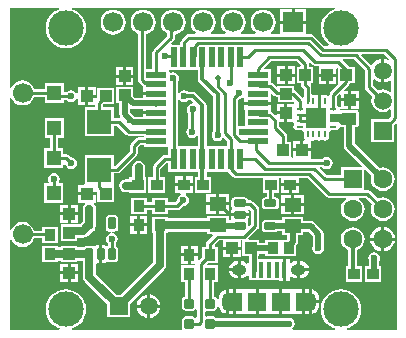
<source format=gtl>
G04 Layer_Physical_Order=1*
G04 Layer_Color=255*
%FSLAX25Y25*%
%MOIN*%
G70*
G01*
G75*
%ADD10R,0.04803X0.04921*%
%ADD11R,0.04724X0.06102*%
%ADD12R,0.05905X0.06102*%
%ADD13R,0.01575X0.05315*%
G04:AMPARAMS|DCode=14|XSize=23.62mil|YSize=39.37mil|CornerRadius=2.95mil|HoleSize=0mil|Usage=FLASHONLY|Rotation=0.000|XOffset=0mil|YOffset=0mil|HoleType=Round|Shape=RoundedRectangle|*
%AMROUNDEDRECTD14*
21,1,0.02362,0.03347,0,0,0.0*
21,1,0.01772,0.03937,0,0,0.0*
1,1,0.00591,0.00886,-0.01673*
1,1,0.00591,-0.00886,-0.01673*
1,1,0.00591,-0.00886,0.01673*
1,1,0.00591,0.00886,0.01673*
%
%ADD14ROUNDEDRECTD14*%
G04:AMPARAMS|DCode=15|XSize=23.62mil|YSize=39.37mil|CornerRadius=2.95mil|HoleSize=0mil|Usage=FLASHONLY|Rotation=270.000|XOffset=0mil|YOffset=0mil|HoleType=Round|Shape=RoundedRectangle|*
%AMROUNDEDRECTD15*
21,1,0.02362,0.03347,0,0,270.0*
21,1,0.01772,0.03937,0,0,270.0*
1,1,0.00591,-0.01673,-0.00886*
1,1,0.00591,-0.01673,0.00886*
1,1,0.00591,0.01673,0.00886*
1,1,0.00591,0.01673,-0.00886*
%
%ADD15ROUNDEDRECTD15*%
%ADD16R,0.07000X0.02200*%
%ADD17R,0.02200X0.07000*%
%ADD18R,0.03937X0.03740*%
%ADD19R,0.03740X0.03937*%
G04:AMPARAMS|DCode=20|XSize=31.5mil|YSize=31.5mil|CornerRadius=3.94mil|HoleSize=0mil|Usage=FLASHONLY|Rotation=90.000|XOffset=0mil|YOffset=0mil|HoleType=Round|Shape=RoundedRectangle|*
%AMROUNDEDRECTD20*
21,1,0.03150,0.02362,0,0,90.0*
21,1,0.02362,0.03150,0,0,90.0*
1,1,0.00787,0.01181,0.01181*
1,1,0.00787,0.01181,-0.01181*
1,1,0.00787,-0.01181,-0.01181*
1,1,0.00787,-0.01181,0.01181*
%
%ADD20ROUNDEDRECTD20*%
%ADD21R,0.03543X0.03937*%
%ADD22R,0.03937X0.03937*%
%ADD23R,0.05709X0.04528*%
%ADD24R,0.03937X0.03937*%
%ADD25R,0.07087X0.07087*%
%ADD26O,0.02559X0.00984*%
%ADD27O,0.00984X0.02559*%
%ADD28R,0.08071X0.08268*%
%ADD29C,0.01000*%
%ADD30C,0.01181*%
%ADD31C,0.01968*%
%ADD32C,0.01575*%
%ADD33C,0.02756*%
%ADD34C,0.06693*%
%ADD35R,0.06693X0.06693*%
%ADD36O,0.03937X0.06102*%
%ADD37O,0.04921X0.03740*%
%ADD38R,0.05905X0.05905*%
%ADD39C,0.05905*%
%ADD40R,0.06299X0.06299*%
%ADD41C,0.06299*%
%ADD42R,0.05905X0.05905*%
%ADD43C,0.11811*%
%ADD44C,0.02362*%
%ADD45C,0.01968*%
G36*
X89025Y79143D02*
X89450Y78858D01*
X89953Y78758D01*
X90280D01*
Y76933D01*
X95791D01*
Y76933D01*
X95840Y76952D01*
X95858Y76944D01*
X95922Y76858D01*
X95670Y76358D01*
X93535D01*
Y73389D01*
Y70421D01*
X95386D01*
X95430Y70198D01*
X95760Y69705D01*
X95791Y69551D01*
X95631Y69311D01*
X95531Y68812D01*
X95631Y68313D01*
X95913Y67889D01*
X96337Y67607D01*
X96836Y67507D01*
X98411D01*
X98690Y67278D01*
Y67221D01*
X98747D01*
X98976Y66942D01*
Y65367D01*
X99075Y64868D01*
X99326Y64492D01*
X99272Y64269D01*
X99135Y63992D01*
X98925D01*
Y61524D01*
X101394D01*
Y63798D01*
X101533Y63941D01*
X101830Y64146D01*
X102249Y64062D01*
X102748Y64162D01*
X103172Y64445D01*
X103295D01*
X103718Y64162D01*
X104218Y64062D01*
X104717Y64162D01*
X105140Y64445D01*
X105264D01*
X105687Y64162D01*
X106186Y64062D01*
X106685Y64162D01*
X107109Y64445D01*
X107392Y64868D01*
X107491Y65367D01*
Y66942D01*
X107720Y67221D01*
X107777D01*
Y67278D01*
X108056Y67507D01*
X109631D01*
X110130Y67607D01*
X110554Y67889D01*
X110836Y68313D01*
X110853Y68398D01*
X111357Y68662D01*
X111664Y68601D01*
X112367D01*
Y62433D01*
X112504Y61742D01*
X112896Y61156D01*
X118358Y55694D01*
X118166Y55232D01*
X111374D01*
Y52608D01*
X106564D01*
X104312Y54859D01*
X104504Y55321D01*
X105155D01*
X105227Y55215D01*
X105878Y54780D01*
X106646Y54627D01*
X107414Y54780D01*
X108065Y55215D01*
X108500Y55866D01*
X108653Y56634D01*
X108500Y57402D01*
X108065Y58053D01*
X107414Y58488D01*
X106646Y58641D01*
X105878Y58488D01*
X105227Y58053D01*
X105155Y57946D01*
X101849D01*
X101394Y58055D01*
X101394Y58447D01*
Y60524D01*
X98425D01*
X95457D01*
X95457Y58429D01*
X95382Y58395D01*
X94882Y58717D01*
Y63779D01*
X93439D01*
Y65747D01*
X93339Y66249D01*
X93054Y66675D01*
X90820Y68909D01*
Y70421D01*
X92535D01*
Y72889D01*
X90067D01*
Y72798D01*
X89605Y72607D01*
X88510Y73702D01*
X88178Y73924D01*
X88211Y74424D01*
X88211D01*
Y76024D01*
X83711D01*
X79211D01*
Y74424D01*
X79424D01*
Y71486D01*
Y69174D01*
X79001Y68880D01*
X78924Y68865D01*
X78366Y68976D01*
X77710Y68845D01*
X77210Y69119D01*
Y77677D01*
X77551Y78064D01*
X78319Y78217D01*
X78711Y78478D01*
X79211Y78211D01*
Y77024D01*
X83711D01*
X88211D01*
Y78624D01*
X87998D01*
Y79516D01*
X88460Y79707D01*
X89025Y79143D01*
D02*
G37*
G36*
X97999Y89230D02*
X97792Y88730D01*
X96705D01*
Y83218D01*
X98148D01*
Y82727D01*
X98248Y82225D01*
X98532Y81799D01*
X98968Y81364D01*
Y78630D01*
X98792Y78513D01*
X98468Y78437D01*
X96289Y80616D01*
X95863Y80901D01*
X95791Y80915D01*
Y82444D01*
X90280D01*
Y82254D01*
X89818Y82062D01*
X88728Y83152D01*
X88302Y83437D01*
X87998Y83497D01*
Y87861D01*
X85965D01*
X85774Y88323D01*
X87987Y90536D01*
X96693D01*
X97999Y89230D01*
D02*
G37*
G36*
X101783Y89521D02*
X102209Y89236D01*
X102711Y89136D01*
X103549D01*
X103969Y88942D01*
X103969Y88636D01*
Y86474D01*
X106937D01*
Y85974D01*
D01*
Y86474D01*
X109906D01*
Y88019D01*
X110406Y88286D01*
X110480Y88236D01*
Y83218D01*
X110480D01*
X110603Y82922D01*
X107915Y80234D01*
X107631Y79808D01*
X107538Y79342D01*
X107355Y79232D01*
X107031Y79137D01*
X106685Y79368D01*
X106186Y79467D01*
X105687Y79368D01*
X105447Y79207D01*
X105293Y79238D01*
X104800Y79568D01*
X104718Y79584D01*
Y77375D01*
X103718D01*
Y79584D01*
X103636Y79568D01*
X103142Y79238D01*
X102988Y79207D01*
X102748Y79368D01*
X102249Y79467D01*
X102093Y79436D01*
X101593Y79818D01*
Y81907D01*
X101493Y82410D01*
X101287Y82718D01*
X101468Y83218D01*
X102216D01*
Y88730D01*
X100773D01*
Y89624D01*
X100724Y89872D01*
X101185Y90119D01*
X101783Y89521D01*
D02*
G37*
G36*
X42058Y74717D02*
X45411D01*
Y73874D01*
X49911D01*
Y72874D01*
X45411D01*
Y72146D01*
X42680D01*
X42561Y72325D01*
X42027Y72682D01*
X41094Y73615D01*
Y74482D01*
X41594Y74810D01*
X42058Y74717D01*
D02*
G37*
G36*
X57792Y77530D02*
X58443Y77095D01*
X59211Y76942D01*
X59979Y77095D01*
X60575Y77493D01*
X61583D01*
X62086Y76990D01*
X61889Y76480D01*
X61318Y76366D01*
X60667Y75931D01*
X60232Y75280D01*
X60079Y74512D01*
X60232Y73744D01*
X60498Y73345D01*
Y68459D01*
X60392Y68388D01*
X59957Y67737D01*
X59804Y66969D01*
X59957Y66200D01*
X60392Y65549D01*
X61043Y65114D01*
X61811Y64961D01*
X62579Y65114D01*
X63230Y65549D01*
X63331Y65700D01*
X63831Y65548D01*
Y62336D01*
X57099D01*
Y77667D01*
X57599Y77819D01*
X57792Y77530D01*
D02*
G37*
G36*
X63831Y84610D02*
X63938Y84073D01*
X64243Y83617D01*
X68906Y78953D01*
Y67378D01*
X68892Y67368D01*
X68457Y66717D01*
X68304Y65949D01*
X68457Y65181D01*
X68892Y64530D01*
X69543Y64095D01*
X70311Y63942D01*
X71079Y64095D01*
X71730Y64530D01*
X71927Y64825D01*
X72571Y64888D01*
X73373Y64086D01*
Y62336D01*
X66641D01*
Y75827D01*
X66534Y76365D01*
X66229Y76820D01*
X63159Y79891D01*
X62703Y80196D01*
X62165Y80303D01*
X60674D01*
X60630Y80368D01*
X59979Y80803D01*
X59211Y80956D01*
X58443Y80803D01*
X57792Y80368D01*
X57599Y80079D01*
X57099Y80231D01*
Y83780D01*
X57366Y84181D01*
X57519Y84949D01*
X57366Y85717D01*
X56931Y86368D01*
X56280Y86803D01*
X55512Y86956D01*
X54744Y86803D01*
X54639Y86733D01*
X54198Y86969D01*
Y87561D01*
X63831D01*
Y84610D01*
D02*
G37*
G36*
X116594Y69404D02*
X111664D01*
X110834Y70234D01*
X107739D01*
Y73042D01*
X111322D01*
X111664Y73384D01*
X116594D01*
Y69404D01*
D02*
G37*
G36*
X109362Y107945D02*
X108844Y107788D01*
X107681Y107167D01*
X106662Y106330D01*
X105825Y105311D01*
X105204Y104148D01*
X104821Y102887D01*
X104692Y101575D01*
X104821Y100263D01*
X105204Y99001D01*
X105825Y97838D01*
X106662Y96819D01*
X107423Y96194D01*
X107244Y95695D01*
X105922D01*
X102239Y99377D01*
X101813Y99661D01*
X101311Y99761D01*
X99858D01*
Y103043D01*
X95512D01*
Y103543D01*
D01*
Y103043D01*
X91165D01*
Y99761D01*
X88195D01*
X88025Y100261D01*
X88460Y100595D01*
X89123Y101459D01*
X89539Y102464D01*
X89681Y103543D01*
X89539Y104622D01*
X89123Y105628D01*
X88460Y106492D01*
X87597Y107154D01*
X86591Y107571D01*
X85512Y107713D01*
X84433Y107571D01*
X83427Y107154D01*
X82564Y106492D01*
X81901Y105628D01*
X81484Y104622D01*
X81342Y103543D01*
X81484Y102464D01*
X81901Y101459D01*
X82564Y100595D01*
X82998Y100261D01*
X82828Y99761D01*
X78195D01*
X78025Y100261D01*
X78460Y100595D01*
X79123Y101459D01*
X79539Y102464D01*
X79681Y103543D01*
X79539Y104622D01*
X79123Y105628D01*
X78460Y106492D01*
X77597Y107154D01*
X76591Y107571D01*
X75512Y107713D01*
X74433Y107571D01*
X73427Y107154D01*
X72563Y106492D01*
X71901Y105628D01*
X71484Y104622D01*
X71342Y103543D01*
X71484Y102464D01*
X71901Y101459D01*
X72563Y100595D01*
X72998Y100261D01*
X72829Y99761D01*
X68195D01*
X68025Y100261D01*
X68460Y100595D01*
X69123Y101459D01*
X69539Y102464D01*
X69681Y103543D01*
X69539Y104622D01*
X69123Y105628D01*
X68460Y106492D01*
X67597Y107154D01*
X66591Y107571D01*
X65512Y107713D01*
X64433Y107571D01*
X63427Y107154D01*
X62564Y106492D01*
X61901Y105628D01*
X61484Y104622D01*
X61342Y103543D01*
X61484Y102464D01*
X61901Y101459D01*
X62564Y100595D01*
X62998Y100261D01*
X62828Y99761D01*
X60811D01*
X60309Y99661D01*
X59883Y99377D01*
X58283Y97777D01*
X57998Y97351D01*
X57898Y96849D01*
Y96136D01*
X55008D01*
X54817Y96598D01*
X55739Y97521D01*
X56024Y97947D01*
X56124Y98449D01*
Y99454D01*
X56591Y99516D01*
X57597Y99932D01*
X58460Y100595D01*
X59123Y101459D01*
X59539Y102464D01*
X59681Y103543D01*
X59539Y104622D01*
X59123Y105628D01*
X58460Y106492D01*
X57597Y107154D01*
X56591Y107571D01*
X55512Y107713D01*
X54433Y107571D01*
X53427Y107154D01*
X52564Y106492D01*
X51901Y105628D01*
X51484Y104622D01*
X51342Y103543D01*
X51484Y102464D01*
X51901Y101459D01*
X52564Y100595D01*
X53427Y99932D01*
X53498Y99903D01*
Y98993D01*
X48983Y94477D01*
X48698Y94051D01*
X48598Y93549D01*
Y87861D01*
X46436D01*
Y99496D01*
X46591Y99516D01*
X47597Y99932D01*
X48460Y100595D01*
X49123Y101459D01*
X49539Y102464D01*
X49681Y103543D01*
X49539Y104622D01*
X49123Y105628D01*
X48460Y106492D01*
X47597Y107154D01*
X46591Y107571D01*
X45512Y107713D01*
X44433Y107571D01*
X43427Y107154D01*
X42564Y106492D01*
X41901Y105628D01*
X41484Y104622D01*
X41342Y103543D01*
X41484Y102464D01*
X41901Y101459D01*
X42564Y100595D01*
X43427Y99932D01*
X43811Y99773D01*
Y84341D01*
X43911Y83838D01*
X44196Y83412D01*
X45112Y82496D01*
X45444Y82274D01*
X45411Y81774D01*
X45411D01*
Y80174D01*
X49911D01*
Y79174D01*
X45411D01*
Y78330D01*
X42807D01*
X42043Y79093D01*
Y82051D01*
X36531D01*
Y76539D01*
X37481D01*
Y72866D01*
X37619Y72175D01*
X37609Y72147D01*
X37312Y71734D01*
X35634D01*
Y75343D01*
X32124D01*
Y76193D01*
X35717D01*
Y81705D01*
X30205D01*
Y78485D01*
X30130Y78435D01*
X30103Y78449D01*
X27161D01*
Y75980D01*
X29498D01*
Y75343D01*
X25988D01*
Y65500D01*
X35634D01*
Y69109D01*
X36920D01*
X39883Y66146D01*
X40309Y65861D01*
X40811Y65761D01*
X45624D01*
Y65236D01*
X44024D01*
X43521Y65136D01*
X43095Y64852D01*
X41383Y63139D01*
X41098Y62713D01*
X40998Y62211D01*
Y60492D01*
X36295Y55789D01*
X35634D01*
Y59398D01*
X25988D01*
Y49555D01*
X25545Y49417D01*
X23693D01*
Y46949D01*
X26661D01*
X30103D01*
X30130Y46963D01*
X30205Y46913D01*
Y43693D01*
X35717D01*
Y49089D01*
X35717Y49205D01*
X35717Y49205D01*
X35634Y49555D01*
X35634Y49555D01*
Y53164D01*
X36839D01*
X37341Y53264D01*
X37767Y53548D01*
X43239Y59021D01*
X43524Y59447D01*
X43624Y59949D01*
Y61668D01*
X44567Y62611D01*
X45624D01*
Y62036D01*
X53899D01*
Y59361D01*
X52811D01*
X52309Y59262D01*
X51883Y58977D01*
X49033Y56127D01*
X48748Y55701D01*
X48648Y55198D01*
Y52106D01*
X47205D01*
Y46791D01*
X52716D01*
Y52106D01*
X51273D01*
Y54655D01*
X53355Y56736D01*
X53899D01*
Y53761D01*
X63831D01*
Y52106D01*
X62705D01*
Y46791D01*
X68217D01*
Y52106D01*
X66641D01*
Y53761D01*
X73847D01*
X75587Y52021D01*
X76013Y51736D01*
X76515Y51636D01*
X85405D01*
Y46791D01*
X86616D01*
Y45179D01*
X86256D01*
X85834Y45095D01*
X85475Y44855D01*
X85236Y44497D01*
X85152Y44075D01*
Y42303D01*
X85236Y41881D01*
X85475Y41523D01*
X85834Y41283D01*
X86256Y41199D01*
X89602D01*
X90025Y41283D01*
X90383Y41523D01*
X90622Y41881D01*
X90706Y42303D01*
Y44075D01*
X90622Y44497D01*
X90383Y44855D01*
X90025Y45095D01*
X89602Y45179D01*
X89242D01*
Y46791D01*
X90917D01*
Y51636D01*
X91492D01*
Y49949D01*
X94461D01*
X97429D01*
Y51636D01*
X100307D01*
X106422Y45521D01*
X106848Y45236D01*
X107350Y45136D01*
X113041D01*
X113198Y44636D01*
X112503Y44103D01*
X111872Y43281D01*
X111475Y42323D01*
X111340Y41295D01*
X111475Y40268D01*
X111872Y39310D01*
X112503Y38487D01*
X113326Y37856D01*
X114283Y37460D01*
X115311Y37324D01*
X116339Y37460D01*
X117297Y37856D01*
X118119Y38487D01*
X118750Y39310D01*
X119147Y40268D01*
X119282Y41295D01*
X119147Y42323D01*
X118750Y43281D01*
X118119Y44103D01*
X117424Y44636D01*
X117581Y45136D01*
X119614D01*
X121754Y42996D01*
X121475Y42323D01*
X121340Y41295D01*
X121475Y40268D01*
X121872Y39310D01*
X122503Y38487D01*
X123326Y37856D01*
X124283Y37460D01*
X125311Y37324D01*
X126339Y37460D01*
X127296Y37856D01*
X128119Y38487D01*
X128750Y39310D01*
X129147Y40268D01*
X129282Y41295D01*
X129147Y42323D01*
X128750Y43281D01*
X128119Y44103D01*
X127296Y44734D01*
X126339Y45131D01*
X125311Y45266D01*
X124283Y45131D01*
X123610Y44852D01*
X121086Y47377D01*
X120660Y47662D01*
X120158Y47761D01*
X119248D01*
Y54150D01*
X119710Y54342D01*
X121550Y52502D01*
X121475Y52323D01*
X121340Y51295D01*
X121475Y50267D01*
X121872Y49310D01*
X122503Y48487D01*
X123326Y47856D01*
X124283Y47460D01*
X125311Y47324D01*
X126339Y47460D01*
X127296Y47856D01*
X128119Y48487D01*
X128750Y49310D01*
X129147Y50267D01*
X129282Y51295D01*
X129147Y52323D01*
X128750Y53281D01*
X128119Y54103D01*
X127296Y54734D01*
X126339Y55131D01*
X125311Y55266D01*
X124283Y55131D01*
X124104Y55057D01*
X115980Y63181D01*
Y68601D01*
X116594D01*
X116896Y68661D01*
X117067D01*
Y68773D01*
X117161Y68836D01*
X117335Y69097D01*
X117396Y69404D01*
Y73384D01*
X117335Y73691D01*
X117161Y73952D01*
X117067Y74015D01*
Y74173D01*
X116663D01*
X116594Y74187D01*
X111716D01*
X111621Y74221D01*
X111412Y74379D01*
X111260Y74551D01*
X111283Y74726D01*
X111328Y74743D01*
X111413Y74748D01*
X113811D01*
Y77217D01*
X111343D01*
Y75235D01*
X110843Y75186D01*
X110836Y75217D01*
X110554Y75640D01*
X110156Y75905D01*
Y78763D01*
X110881Y79487D01*
X111343Y79295D01*
Y78216D01*
X113811D01*
Y80685D01*
X112732D01*
X112541Y81147D01*
X114164Y82771D01*
X114449Y83196D01*
X114453Y83218D01*
X115992D01*
Y88730D01*
X114135D01*
X112045Y90820D01*
X112236Y91282D01*
X115765D01*
X119498Y87549D01*
Y81949D01*
X119598Y81446D01*
X119883Y81021D01*
X121905Y78999D01*
X121667Y78425D01*
X121539Y77449D01*
X121667Y76473D01*
X122044Y75563D01*
X122643Y74781D01*
X123425Y74182D01*
X124335Y73805D01*
X125311Y73676D01*
X126287Y73805D01*
X127197Y74182D01*
X127739Y74597D01*
X128239Y74351D01*
Y72233D01*
X127195Y71189D01*
X121571D01*
Y63709D01*
X129051D01*
Y69333D01*
X129637Y69918D01*
X130099Y69727D01*
Y1003D01*
X113547D01*
X113473Y1503D01*
X113991Y1661D01*
X115154Y2282D01*
X116173Y3118D01*
X117009Y4138D01*
X117631Y5300D01*
X118013Y6562D01*
X118143Y7874D01*
X118013Y9186D01*
X117631Y10448D01*
X117009Y11610D01*
X116173Y12630D01*
X115154Y13466D01*
X113991Y14087D01*
X112729Y14470D01*
X111417Y14599D01*
X110105Y14470D01*
X108844Y14087D01*
X107681Y13466D01*
X106662Y12630D01*
X105825Y11610D01*
X105204Y10448D01*
X104821Y9186D01*
X104692Y7874D01*
X104821Y6562D01*
X105204Y5300D01*
X105825Y4138D01*
X106662Y3118D01*
X107681Y2282D01*
X108844Y1661D01*
X109362Y1503D01*
X109288Y1003D01*
X95290D01*
X95139Y1503D01*
X95407Y1683D01*
X95842Y2334D01*
X95995Y3102D01*
X95842Y3870D01*
X95407Y4522D01*
X94756Y4957D01*
X93988Y5109D01*
X93220Y4957D01*
X93148Y4909D01*
X69995D01*
X69844Y5135D01*
X69453Y5396D01*
X68992Y5488D01*
X66630D01*
X66505Y5463D01*
X66005Y5842D01*
Y7055D01*
X66505Y7435D01*
X66630Y7410D01*
X68992D01*
X69453Y7502D01*
X69844Y7763D01*
X70105Y8153D01*
X70196Y8614D01*
Y8754D01*
X70696Y8787D01*
X70722Y8591D01*
X71021Y7869D01*
X71497Y7249D01*
X72117Y6773D01*
X72614Y6567D01*
Y6398D01*
X73114D01*
Y10449D01*
Y14500D01*
X72614D01*
Y14330D01*
X72117Y14124D01*
X71497Y13649D01*
X71021Y13029D01*
X70722Y12306D01*
X70620Y11531D01*
Y11409D01*
X70120Y11360D01*
X70105Y11437D01*
X69844Y11828D01*
X69453Y12089D01*
X69124Y12155D01*
Y16984D01*
X70468D01*
Y22496D01*
X66910D01*
X66723Y22933D01*
X67012Y23283D01*
X70468D01*
Y28795D01*
X69540D01*
X69333Y29295D01*
X70855Y30817D01*
X72008D01*
Y28748D01*
X74976D01*
Y28248D01*
D01*
Y28748D01*
X77945D01*
Y30817D01*
X78519D01*
Y25492D01*
X80670D01*
Y23320D01*
X80257Y23153D01*
X80170Y23140D01*
X79589Y23586D01*
X78891Y23875D01*
X78142Y23974D01*
X78051D01*
Y21079D01*
Y18184D01*
X78142D01*
X78891Y18282D01*
X79589Y18572D01*
X80189Y19032D01*
X80201Y19048D01*
X80701Y18878D01*
Y17634D01*
X90724D01*
Y17421D01*
X92012D01*
Y21079D01*
Y24736D01*
X90724D01*
Y24524D01*
X83881D01*
Y25492D01*
X84031D01*
Y26442D01*
X86114D01*
Y25492D01*
X90929D01*
X91232Y25492D01*
X91732Y25492D01*
X96547D01*
Y29150D01*
X96553Y29156D01*
X96944Y29742D01*
X97082Y30433D01*
Y32650D01*
X98917D01*
Y33796D01*
X100563D01*
X102005Y32354D01*
Y29088D01*
X101957Y29016D01*
X101804Y28248D01*
X101957Y27480D01*
X102392Y26829D01*
X103043Y26394D01*
X103811Y26241D01*
X104579Y26394D01*
X105230Y26829D01*
X105665Y27480D01*
X105818Y28248D01*
X105665Y29016D01*
X105617Y29088D01*
Y33103D01*
X105480Y33794D01*
X105088Y34380D01*
X102588Y36880D01*
X102002Y37271D01*
X101311Y37409D01*
X98917D01*
Y38752D01*
X91634D01*
Y37507D01*
X90185D01*
X90025Y37614D01*
X89602Y37698D01*
X86256D01*
X85834Y37614D01*
X85475Y37375D01*
X85236Y37017D01*
X85152Y36595D01*
Y34823D01*
X85236Y34400D01*
X85475Y34042D01*
X85834Y33803D01*
X86256Y33719D01*
X89602D01*
X90025Y33803D01*
X90162Y33894D01*
X91634D01*
Y32650D01*
X93469D01*
Y31431D01*
X93043Y31004D01*
X91429Y31004D01*
X90929Y31004D01*
X86114D01*
Y30054D01*
X84031D01*
Y31004D01*
X80699D01*
X80492Y31504D01*
X83663Y34674D01*
X83947Y35100D01*
X84047Y35603D01*
Y41295D01*
X83947Y41798D01*
X83663Y42223D01*
X82090Y43797D01*
X81664Y44081D01*
X81161Y44181D01*
X80449D01*
X80386Y44497D01*
X80147Y44855D01*
X79789Y45095D01*
X79366Y45179D01*
X76020D01*
X75597Y45095D01*
X75239Y44855D01*
X75000Y44497D01*
X74916Y44075D01*
Y42303D01*
X75000Y41881D01*
X75031Y41833D01*
X75086Y41269D01*
X74800Y40840D01*
X74699Y40335D01*
Y39949D01*
X77693D01*
X80687D01*
Y40335D01*
X80586Y40840D01*
X80505Y40961D01*
X80894Y41280D01*
X81422Y40752D01*
Y36146D01*
X80932Y35656D01*
X80470Y35847D01*
Y36595D01*
X80386Y37017D01*
X80354Y37064D01*
X80300Y37629D01*
X80586Y38058D01*
X80687Y38563D01*
Y38949D01*
X77693D01*
X74699D01*
Y38563D01*
X74800Y38058D01*
X74828Y38015D01*
X74561Y37515D01*
X73953D01*
Y38957D01*
X66669D01*
Y38208D01*
X53681D01*
Y38756D01*
X48366D01*
Y33244D01*
X48816D01*
Y23576D01*
X37929Y12689D01*
X36693D01*
X29779Y19603D01*
Y22976D01*
X30279Y23366D01*
X30425Y23337D01*
X30811D01*
Y26331D01*
Y29325D01*
X30425D01*
X29920Y29224D01*
X29491Y28938D01*
X28926Y28992D01*
X28879Y29024D01*
X28457Y29108D01*
X26685D01*
X26263Y29024D01*
X25905Y28784D01*
X25740Y28539D01*
X23567D01*
Y29087D01*
X18055D01*
Y28539D01*
X16969D01*
Y29055D01*
X11654D01*
Y23543D01*
X16969D01*
Y24123D01*
X18055D01*
Y23575D01*
X23567D01*
Y24123D01*
X25363D01*
Y18689D01*
X25531Y17844D01*
X26010Y17128D01*
X33571Y9567D01*
Y5209D01*
X41051D01*
Y9567D01*
X52585Y21100D01*
X53063Y21816D01*
X53231Y22661D01*
Y33244D01*
X53681D01*
Y33792D01*
X66669D01*
Y32854D01*
X68526D01*
X68717Y32392D01*
X66883Y30558D01*
X66598Y30132D01*
X66498Y29630D01*
Y28795D01*
X65153D01*
Y25140D01*
X64181Y24167D01*
X64068Y24179D01*
X63681Y24422D01*
Y25539D01*
X61311D01*
Y23071D01*
X62772D01*
X63155Y22571D01*
X63134Y22496D01*
X58153D01*
Y16984D01*
X59498D01*
Y12155D01*
X59169Y12089D01*
X58778Y11828D01*
X58517Y11437D01*
X58426Y10976D01*
Y8614D01*
X58517Y8153D01*
X58778Y7763D01*
X59169Y7502D01*
X59630Y7410D01*
X61992D01*
X62453Y7502D01*
X62844Y7763D01*
X62880Y7818D01*
X63380Y7666D01*
Y5232D01*
X62880Y5080D01*
X62844Y5135D01*
X62453Y5396D01*
X61992Y5488D01*
X59630D01*
X59169Y5396D01*
X58778Y5135D01*
X58517Y4744D01*
X58426Y4284D01*
Y1921D01*
X58509Y1503D01*
X58500Y1434D01*
X58221Y1003D01*
X21815D01*
X21741Y1503D01*
X22259Y1661D01*
X23421Y2282D01*
X24441Y3118D01*
X25277Y4138D01*
X25898Y5300D01*
X26281Y6562D01*
X26410Y7874D01*
X26281Y9186D01*
X25898Y10448D01*
X25277Y11610D01*
X24441Y12630D01*
X23421Y13466D01*
X22259Y14087D01*
X20997Y14470D01*
X19685Y14599D01*
X18373Y14470D01*
X17111Y14087D01*
X15949Y13466D01*
X14930Y12630D01*
X14093Y11610D01*
X13472Y10448D01*
X13089Y9186D01*
X12960Y7874D01*
X13089Y6562D01*
X13472Y5300D01*
X14093Y4138D01*
X14930Y3118D01*
X15949Y2282D01*
X17111Y1661D01*
X17629Y1503D01*
X17555Y1003D01*
X1003D01*
Y31117D01*
X1503Y31217D01*
X1700Y30742D01*
X2363Y29879D01*
X3226Y29216D01*
X4232Y28799D01*
X5311Y28657D01*
X6390Y28799D01*
X7396Y29216D01*
X8259Y29879D01*
X8922Y30742D01*
X9242Y31514D01*
X11654D01*
Y29842D01*
X16969D01*
Y35354D01*
X11654D01*
Y34139D01*
X9242D01*
X8922Y34912D01*
X8259Y35775D01*
X7396Y36438D01*
X6390Y36854D01*
X5311Y36996D01*
X4232Y36854D01*
X3226Y36438D01*
X2363Y35775D01*
X1700Y34912D01*
X1503Y34437D01*
X1003Y34536D01*
Y78361D01*
X1503Y78461D01*
X1700Y77986D01*
X2363Y77123D01*
X3226Y76460D01*
X4232Y76043D01*
X5311Y75901D01*
X6390Y76043D01*
X7396Y76460D01*
X8259Y77123D01*
X8922Y77986D01*
X9242Y78758D01*
X12622D01*
Y76748D01*
X19000D01*
Y77636D01*
X19975D01*
X20046Y77530D01*
X20697Y77095D01*
X21465Y76942D01*
X22233Y77095D01*
X22885Y77530D01*
X23193Y77991D01*
X23693Y77839D01*
Y75980D01*
X26161D01*
Y78949D01*
Y81917D01*
X23693D01*
Y80058D01*
X23193Y79907D01*
X22885Y80368D01*
X22233Y80803D01*
X21465Y80956D01*
X20697Y80803D01*
X20046Y80368D01*
X19975Y80261D01*
X19000D01*
Y83244D01*
X12622D01*
Y81384D01*
X9242D01*
X8922Y82156D01*
X8259Y83019D01*
X7396Y83682D01*
X6390Y84098D01*
X5311Y84240D01*
X4232Y84098D01*
X3226Y83682D01*
X2363Y83019D01*
X1700Y82156D01*
X1503Y81681D01*
X1003Y81780D01*
Y108445D01*
X17555D01*
X17629Y107945D01*
X17111Y107788D01*
X15949Y107167D01*
X14930Y106330D01*
X14093Y105311D01*
X13472Y104148D01*
X13089Y102887D01*
X12960Y101575D01*
X13089Y100263D01*
X13472Y99001D01*
X14093Y97838D01*
X14930Y96819D01*
X15949Y95983D01*
X17111Y95361D01*
X18373Y94979D01*
X19685Y94849D01*
X20997Y94979D01*
X22259Y95361D01*
X23421Y95983D01*
X24441Y96819D01*
X25277Y97838D01*
X25898Y99001D01*
X26281Y100263D01*
X26410Y101575D01*
X26281Y102887D01*
X25898Y104148D01*
X25277Y105311D01*
X24441Y106330D01*
X23421Y107167D01*
X22259Y107788D01*
X21741Y107945D01*
X21815Y108445D01*
X109288Y108445D01*
X109362Y107945D01*
D02*
G37*
G36*
X127604Y91299D02*
X127304Y90901D01*
X126343Y91300D01*
X125811Y91370D01*
Y87449D01*
Y83528D01*
X126343Y83598D01*
X127304Y83996D01*
X127739Y84329D01*
X128239Y84083D01*
Y80547D01*
X127739Y80300D01*
X127197Y80716D01*
X126287Y81093D01*
X125311Y81221D01*
X124335Y81093D01*
X123761Y80855D01*
X122124Y82493D01*
Y84344D01*
X122624Y84529D01*
X123318Y83996D01*
X124279Y83598D01*
X124811Y83528D01*
Y87449D01*
Y91370D01*
X124279Y91300D01*
X123318Y90901D01*
X122492Y90268D01*
X121931Y89536D01*
X121367Y89393D01*
X118152Y92607D01*
X118344Y93069D01*
X125834D01*
X127604Y91299D01*
D02*
G37*
%LPC*%
G36*
X92535Y76358D02*
X90067D01*
Y73889D01*
X92535D01*
Y76358D01*
D02*
G37*
G36*
X97925Y63992D02*
X95457D01*
Y61524D01*
X97925D01*
Y63992D01*
D02*
G37*
G36*
X96130Y85474D02*
X93661D01*
Y83005D01*
X96130D01*
Y85474D01*
D02*
G37*
G36*
X92661D02*
X90193D01*
Y83005D01*
X92661D01*
Y85474D01*
D02*
G37*
G36*
X96130Y88942D02*
X93661D01*
Y86474D01*
X96130D01*
Y88942D01*
D02*
G37*
G36*
X92661D02*
X90193D01*
Y86474D01*
X92661D01*
Y88942D01*
D02*
G37*
G36*
X109906Y85474D02*
X107437D01*
Y83005D01*
X109906D01*
Y85474D01*
D02*
G37*
G36*
X106437D02*
X103969D01*
Y83005D01*
X106437D01*
Y85474D01*
D02*
G37*
G36*
X23779Y23000D02*
X21311D01*
Y20531D01*
X23779D01*
Y23000D01*
D02*
G37*
G36*
X77945Y27748D02*
X75476D01*
Y25280D01*
X77945D01*
Y27748D01*
D02*
G37*
G36*
X63681Y29008D02*
X61311D01*
Y26539D01*
X63681D01*
Y29008D01*
D02*
G37*
G36*
X60311D02*
X57941D01*
Y26539D01*
X60311D01*
Y29008D01*
D02*
G37*
G36*
Y25539D02*
X57941D01*
Y23071D01*
X60311D01*
Y25539D01*
D02*
G37*
G36*
X97827Y23974D02*
X97736D01*
Y21579D01*
X100656D01*
X100623Y21828D01*
X100334Y22526D01*
X99874Y23126D01*
X99274Y23586D01*
X98576Y23875D01*
X97827Y23974D01*
D02*
G37*
G36*
X74476Y27748D02*
X72008D01*
Y25280D01*
X74476D01*
Y27748D01*
D02*
G37*
G36*
X77051Y23974D02*
X76961D01*
X76211Y23875D01*
X75513Y23586D01*
X74914Y23126D01*
X74454Y22526D01*
X74164Y21828D01*
X74132Y21579D01*
X77051D01*
Y23974D01*
D02*
G37*
G36*
X43524Y35500D02*
X41153D01*
Y33031D01*
X43524D01*
Y35500D01*
D02*
G37*
G36*
X125811Y35415D02*
Y31795D01*
X129431D01*
X129354Y32379D01*
X128936Y33388D01*
X128271Y34255D01*
X127404Y34920D01*
X126394Y35338D01*
X125811Y35415D01*
D02*
G37*
G36*
X46894Y35500D02*
X44524D01*
Y33031D01*
X46894D01*
Y35500D01*
D02*
G37*
G36*
Y38969D02*
X44524D01*
Y36500D01*
X46894D01*
Y38969D01*
D02*
G37*
G36*
X43524D02*
X41153D01*
Y36500D01*
X43524D01*
Y38969D01*
D02*
G37*
G36*
X129431Y30795D02*
X125811D01*
Y27176D01*
X126394Y27253D01*
X127404Y27671D01*
X128271Y28336D01*
X128936Y29203D01*
X129354Y30212D01*
X129431Y30795D01*
D02*
G37*
G36*
X124811D02*
X121191D01*
X121268Y30212D01*
X121686Y29203D01*
X122352Y28336D01*
X123218Y27671D01*
X124228Y27253D01*
X124811Y27176D01*
Y30795D01*
D02*
G37*
G36*
X35937Y39344D02*
X34165D01*
X33743Y39260D01*
X33385Y39021D01*
X33145Y38663D01*
X33062Y38240D01*
Y34894D01*
X33145Y34471D01*
X33385Y34113D01*
X33743Y33874D01*
X34165Y33790D01*
X34939D01*
X34988Y33290D01*
X34283Y33150D01*
X33632Y32715D01*
X33197Y32063D01*
X33044Y31295D01*
X33197Y30527D01*
X33632Y29876D01*
X33739Y29805D01*
Y29021D01*
X33696Y28992D01*
X33131Y28938D01*
X32702Y29224D01*
X32197Y29325D01*
X31811D01*
Y26331D01*
Y23337D01*
X32197D01*
X32702Y23437D01*
X33131Y23724D01*
X33696Y23669D01*
X33743Y23638D01*
X34165Y23554D01*
X35937D01*
X36359Y23638D01*
X36718Y23877D01*
X36957Y24235D01*
X37041Y24657D01*
Y28004D01*
X36957Y28426D01*
X36718Y28784D01*
X36364Y29021D01*
Y29805D01*
X36470Y29876D01*
X36906Y30527D01*
X37058Y31295D01*
X36906Y32063D01*
X36470Y32715D01*
X35819Y33150D01*
X35114Y33290D01*
X35163Y33790D01*
X35937D01*
X36359Y33874D01*
X36718Y34113D01*
X36957Y34471D01*
X37041Y34894D01*
Y38240D01*
X36957Y38663D01*
X36718Y39021D01*
X36359Y39260D01*
X35937Y39344D01*
D02*
G37*
G36*
X124811Y35415D02*
X124228Y35338D01*
X123218Y34920D01*
X122352Y34255D01*
X121686Y33388D01*
X121268Y32379D01*
X121191Y31795D01*
X124811D01*
Y35415D01*
D02*
G37*
G36*
X29630Y45949D02*
X26661D01*
X23693D01*
Y43480D01*
X26043D01*
X26195Y42980D01*
X26010Y42856D01*
X25531Y42140D01*
X25363Y41295D01*
Y37088D01*
X24491Y36216D01*
X21402D01*
X21188Y36173D01*
X18055D01*
Y30661D01*
X23567D01*
Y31800D01*
X25405D01*
X26250Y31968D01*
X26967Y32447D01*
X28310Y33790D01*
X28457D01*
X28879Y33874D01*
X29237Y34113D01*
X29476Y34471D01*
X29561Y34894D01*
Y35254D01*
X29611Y35328D01*
X29779Y36173D01*
Y41295D01*
X29611Y42140D01*
X29132Y42856D01*
X28947Y42980D01*
X29098Y43480D01*
X29630D01*
Y45949D01*
D02*
G37*
G36*
X20311Y23000D02*
X17842D01*
Y20531D01*
X20311D01*
Y23000D01*
D02*
G37*
G36*
X95449Y14500D02*
X94949Y14500D01*
X91831D01*
Y10449D01*
Y6398D01*
X94949D01*
X95284Y6398D01*
X95784Y6398D01*
X98311D01*
Y10449D01*
Y14500D01*
X95784D01*
X95449Y14500D01*
D02*
G37*
G36*
X102173Y14500D02*
X101673D01*
Y10949D01*
X104167D01*
Y11531D01*
X104065Y12306D01*
X103766Y13029D01*
X103290Y13649D01*
X102670Y14124D01*
X102173Y14330D01*
Y14500D01*
D02*
G37*
G36*
X23779Y19532D02*
X21311D01*
Y17063D01*
X23779D01*
Y19532D01*
D02*
G37*
G36*
X20311D02*
X17842D01*
Y17063D01*
X20311D01*
Y19532D01*
D02*
G37*
G36*
X47811Y12870D02*
Y9449D01*
X51232D01*
X51162Y9981D01*
X50764Y10942D01*
X50130Y11768D01*
X49305Y12402D01*
X48343Y12800D01*
X47811Y12870D01*
D02*
G37*
G36*
X104167Y9949D02*
X101673D01*
Y6398D01*
X102173D01*
Y6567D01*
X102670Y6773D01*
X103290Y7249D01*
X103766Y7869D01*
X104065Y8591D01*
X104167Y9366D01*
Y9949D01*
D02*
G37*
G36*
X99311Y14500D02*
Y10449D01*
Y6398D01*
X100673D01*
Y10449D01*
Y14500D01*
X99311D01*
D02*
G37*
G36*
X46811Y12870D02*
X46279Y12800D01*
X45318Y12402D01*
X44492Y11768D01*
X43858Y10942D01*
X43460Y9981D01*
X43390Y9449D01*
X46811D01*
Y12870D01*
D02*
G37*
G36*
X79504Y14500D02*
X79004Y14500D01*
X76476D01*
Y10449D01*
Y6398D01*
X79004D01*
X79339Y6398D01*
X79839Y6398D01*
X82957D01*
Y10449D01*
Y14500D01*
X79839D01*
X79504Y14500D01*
D02*
G37*
G36*
X51232Y8449D02*
X47811D01*
Y5028D01*
X48343Y5098D01*
X49305Y5496D01*
X50130Y6130D01*
X50764Y6955D01*
X51162Y7917D01*
X51232Y8449D01*
D02*
G37*
G36*
X83957Y14500D02*
Y10449D01*
Y6398D01*
X90831D01*
Y10449D01*
Y14500D01*
X83957D01*
D02*
G37*
G36*
X100656Y20579D02*
X97736D01*
Y18184D01*
X97827D01*
X98576Y18282D01*
X99274Y18572D01*
X99874Y19032D01*
X100334Y19631D01*
X100623Y20330D01*
X100656Y20579D01*
D02*
G37*
G36*
X46811Y8449D02*
X43390D01*
X43460Y7917D01*
X43858Y6955D01*
X44492Y6130D01*
X45318Y5496D01*
X46279Y5098D01*
X46811Y5028D01*
Y8449D01*
D02*
G37*
G36*
X94299Y24736D02*
X93012D01*
Y21079D01*
Y17421D01*
X94299D01*
Y18631D01*
X94799Y18878D01*
X95198Y18572D01*
X95896Y18282D01*
X96646Y18184D01*
X96736D01*
Y21079D01*
Y23974D01*
X96646D01*
X95896Y23875D01*
X95198Y23586D01*
X94799Y23280D01*
X94299Y23526D01*
Y24736D01*
D02*
G37*
G36*
X75476Y14500D02*
X74114D01*
Y10449D01*
Y6398D01*
X75476D01*
Y10449D01*
Y14500D01*
D02*
G37*
G36*
X115311Y35266D02*
X114283Y35131D01*
X113326Y34734D01*
X112503Y34103D01*
X111872Y33281D01*
X111475Y32323D01*
X111340Y31295D01*
X111475Y30268D01*
X111872Y29310D01*
X112503Y28487D01*
X113326Y27856D01*
X113906Y27616D01*
Y22398D01*
X113091D01*
Y17083D01*
X118602D01*
Y22398D01*
X116716D01*
Y27616D01*
X117297Y27856D01*
X118119Y28487D01*
X118750Y29310D01*
X119147Y30268D01*
X119282Y31295D01*
X119147Y32323D01*
X118750Y33281D01*
X118119Y34103D01*
X117297Y34734D01*
X116339Y35131D01*
X115311Y35266D01*
D02*
G37*
G36*
X77051Y20579D02*
X74132D01*
X74164Y20330D01*
X74454Y19631D01*
X74914Y19032D01*
X75513Y18572D01*
X76211Y18282D01*
X76961Y18184D01*
X77051D01*
Y20579D01*
D02*
G37*
G36*
X122520Y26830D02*
X121752Y26677D01*
X121100Y26242D01*
X120665Y25591D01*
X120513Y24823D01*
X120638Y24193D01*
Y22398D01*
X119390D01*
Y17083D01*
X124902D01*
Y22398D01*
X124251D01*
Y23870D01*
X124374Y24055D01*
X124527Y24823D01*
X124374Y25591D01*
X123939Y26242D01*
X123288Y26677D01*
X122520Y26830D01*
D02*
G37*
G36*
X20311Y39217D02*
X17842D01*
Y36748D01*
X20311D01*
Y39217D01*
D02*
G37*
G36*
X42256Y85094D02*
X39787D01*
Y82625D01*
X42256D01*
Y85094D01*
D02*
G37*
G36*
X38787D02*
X36319D01*
Y82625D01*
X38787D01*
Y85094D01*
D02*
G37*
G36*
X29630Y81917D02*
X27161D01*
Y79449D01*
X29630D01*
Y81917D01*
D02*
G37*
G36*
X117280Y80685D02*
X114811D01*
Y78216D01*
X117280D01*
Y80685D01*
D02*
G37*
G36*
Y77217D02*
X114811D01*
Y74748D01*
X117280D01*
Y77217D01*
D02*
G37*
G36*
X35512Y107713D02*
X34433Y107571D01*
X33427Y107154D01*
X32563Y106492D01*
X31901Y105628D01*
X31484Y104622D01*
X31342Y103543D01*
X31484Y102464D01*
X31901Y101459D01*
X32563Y100595D01*
X33427Y99932D01*
X34433Y99516D01*
X35512Y99374D01*
X36591Y99516D01*
X37597Y99932D01*
X38460Y100595D01*
X39123Y101459D01*
X39539Y102464D01*
X39681Y103543D01*
X39539Y104622D01*
X39123Y105628D01*
X38460Y106492D01*
X37597Y107154D01*
X36591Y107571D01*
X35512Y107713D01*
D02*
G37*
G36*
X99858Y107890D02*
X96012D01*
Y104043D01*
X99858D01*
Y107890D01*
D02*
G37*
G36*
X95012D02*
X91165D01*
Y104043D01*
X95012D01*
Y107890D01*
D02*
G37*
G36*
X42256Y88562D02*
X39787D01*
Y86094D01*
X42256D01*
Y88562D01*
D02*
G37*
G36*
X38787D02*
X36319D01*
Y86094D01*
X38787D01*
Y88562D01*
D02*
G37*
G36*
X19000Y71630D02*
X12622D01*
Y65134D01*
X14424D01*
Y61504D01*
X12547D01*
Y55008D01*
X18925D01*
Y56049D01*
X19425Y56339D01*
X19524Y56282D01*
X19611Y55846D01*
X20046Y55195D01*
X20697Y54760D01*
X21465Y54607D01*
X22233Y54760D01*
X22885Y55195D01*
X23320Y55846D01*
X23472Y56614D01*
X23320Y57382D01*
X22885Y58033D01*
X22233Y58469D01*
X21465Y58621D01*
X21320Y58592D01*
X20729Y59184D01*
X20303Y59469D01*
X19801Y59569D01*
X18925D01*
Y61504D01*
X17049D01*
Y65134D01*
X19000D01*
Y71630D01*
D02*
G37*
G36*
X23779Y42685D02*
X21311D01*
Y40216D01*
X23779D01*
Y42685D01*
D02*
G37*
G36*
X20311D02*
X17842D01*
Y40216D01*
X20311D01*
Y42685D01*
D02*
G37*
G36*
X99130Y46051D02*
X95776D01*
Y43287D01*
X99130D01*
Y46051D01*
D02*
G37*
G36*
X94776D02*
X91421D01*
Y43287D01*
X94776D01*
Y46051D01*
D02*
G37*
G36*
X74165Y42492D02*
X70811D01*
Y39728D01*
X74165D01*
Y42492D01*
D02*
G37*
G36*
X94776Y42287D02*
X91421D01*
Y39524D01*
X94776D01*
Y42287D01*
D02*
G37*
G36*
X23779Y39217D02*
X21311D01*
Y36748D01*
X23779D01*
Y39217D01*
D02*
G37*
G36*
X69811Y42492D02*
X66457D01*
Y39728D01*
X69811D01*
Y42492D01*
D02*
G37*
G36*
X99130Y42287D02*
X95776D01*
Y39524D01*
X99130D01*
Y42287D01*
D02*
G37*
G36*
X44024Y57406D02*
X43179Y57238D01*
X42463Y56760D01*
X41984Y56043D01*
X41816Y55198D01*
Y52106D01*
X40905D01*
Y51283D01*
X39764D01*
X38919Y51114D01*
X38203Y50636D01*
X37724Y49920D01*
X37556Y49075D01*
X37724Y48230D01*
X38203Y47514D01*
X38919Y47035D01*
X39764Y46867D01*
X40905D01*
Y46791D01*
X46417D01*
Y52106D01*
X46231D01*
Y55198D01*
X46063Y56043D01*
X45585Y56760D01*
X44868Y57238D01*
X44024Y57406D01*
D02*
G37*
G36*
X97429Y48949D02*
X94961D01*
Y46579D01*
X97429D01*
Y48949D01*
D02*
G37*
G36*
X62130Y52319D02*
X59661D01*
Y49949D01*
X62130D01*
Y52319D01*
D02*
G37*
G36*
X58661D02*
X56193D01*
Y49949D01*
X58661D01*
Y52319D01*
D02*
G37*
G36*
X93961Y48949D02*
X91492D01*
Y46579D01*
X93961D01*
Y48949D01*
D02*
G37*
G36*
X69811Y46256D02*
X66457D01*
Y43492D01*
X69811D01*
Y46256D01*
D02*
G37*
G36*
X15736Y53302D02*
X14968Y53150D01*
X14317Y52715D01*
X13882Y52063D01*
X13729Y51295D01*
X13882Y50527D01*
X14013Y50331D01*
X13778Y49890D01*
X12547D01*
Y43394D01*
X18925D01*
Y49890D01*
X17695D01*
X17459Y50331D01*
X17591Y50527D01*
X17743Y51295D01*
X17591Y52063D01*
X17155Y52715D01*
X16504Y53150D01*
X15736Y53302D01*
D02*
G37*
G36*
X62130Y48949D02*
X59161D01*
X56193D01*
Y46579D01*
X57860D01*
X57951Y46079D01*
X57400Y45711D01*
X56965Y45059D01*
X56812Y44291D01*
X56837Y44166D01*
X56283Y43612D01*
X53681D01*
Y45055D01*
X48366D01*
Y43612D01*
X46681D01*
Y45055D01*
X41366D01*
Y39543D01*
X46681D01*
Y40987D01*
X48366D01*
Y39543D01*
X53681D01*
Y40987D01*
X56827D01*
X57329Y41087D01*
X57755Y41371D01*
X58693Y42309D01*
X58819Y42284D01*
X59587Y42437D01*
X60238Y42872D01*
X60673Y43523D01*
X60826Y44291D01*
X60673Y45059D01*
X60238Y45711D01*
X59687Y46079D01*
X59777Y46579D01*
X62130D01*
Y48949D01*
D02*
G37*
G36*
X74165Y46256D02*
X70811D01*
Y43492D01*
X74165D01*
Y46256D01*
D02*
G37*
%LPD*%
D10*
X15811Y79996D02*
D03*
Y68382D02*
D03*
X15736Y46642D02*
D03*
Y58256D02*
D03*
D11*
X98811Y10449D02*
D03*
X75976D02*
D03*
D12*
X91331D02*
D03*
X83457D02*
D03*
D13*
X82276Y21079D02*
D03*
X84835D02*
D03*
X92512D02*
D03*
X89953D02*
D03*
X87394D02*
D03*
D14*
X35051Y36567D02*
D03*
X27571Y26331D02*
D03*
X31311D02*
D03*
X35051D02*
D03*
X27571Y36567D02*
D03*
D15*
X87929Y35709D02*
D03*
X77693Y43189D02*
D03*
Y39449D02*
D03*
Y35709D02*
D03*
X87929Y43189D02*
D03*
D16*
X49911Y85974D02*
D03*
Y82824D02*
D03*
Y79674D02*
D03*
Y76524D02*
D03*
Y73374D02*
D03*
Y70224D02*
D03*
Y67074D02*
D03*
Y63924D02*
D03*
X83711D02*
D03*
Y67074D02*
D03*
Y70224D02*
D03*
Y73374D02*
D03*
Y76524D02*
D03*
Y79674D02*
D03*
Y82824D02*
D03*
Y85974D02*
D03*
D17*
X55786Y58049D02*
D03*
X58936D02*
D03*
X62086D02*
D03*
X65236D02*
D03*
X68386D02*
D03*
X71536D02*
D03*
X74686D02*
D03*
X77836D02*
D03*
Y91849D02*
D03*
X74686D02*
D03*
X71536D02*
D03*
X68386D02*
D03*
X65236D02*
D03*
X62086D02*
D03*
X58936D02*
D03*
X55786D02*
D03*
D18*
X59161Y49449D02*
D03*
X65461D02*
D03*
X94461D02*
D03*
X88161D02*
D03*
X49961D02*
D03*
X43661D02*
D03*
X115847Y19740D02*
D03*
X122146D02*
D03*
D19*
X14311Y26299D02*
D03*
Y32598D02*
D03*
X60811Y26039D02*
D03*
Y19740D02*
D03*
X44024Y42299D02*
D03*
Y36000D02*
D03*
X67811Y26039D02*
D03*
Y19740D02*
D03*
X51024Y36000D02*
D03*
Y42299D02*
D03*
D20*
X67811Y3102D02*
D03*
Y9795D02*
D03*
X60811Y3102D02*
D03*
Y9795D02*
D03*
D21*
X88673Y28248D02*
D03*
X93988D02*
D03*
D22*
X20811Y33417D02*
D03*
Y39717D02*
D03*
Y26331D02*
D03*
Y20031D02*
D03*
X93035Y73389D02*
D03*
Y79688D02*
D03*
X114311Y77716D02*
D03*
Y71417D02*
D03*
X39287Y85594D02*
D03*
Y79295D02*
D03*
D23*
X70311Y42992D02*
D03*
Y35906D02*
D03*
X95276Y42787D02*
D03*
Y35701D02*
D03*
D24*
X106937Y85974D02*
D03*
X113236D02*
D03*
X93161D02*
D03*
X99461D02*
D03*
X26661Y46449D02*
D03*
X32961D02*
D03*
X81275Y28248D02*
D03*
X74976D02*
D03*
X26661Y78949D02*
D03*
X32961D02*
D03*
X98425Y61024D02*
D03*
X92126D02*
D03*
D25*
X103233Y71765D02*
D03*
D26*
X108844Y74717D02*
D03*
Y72749D02*
D03*
Y70780D02*
D03*
Y68812D02*
D03*
X97623D02*
D03*
Y70780D02*
D03*
Y72749D02*
D03*
Y74717D02*
D03*
D27*
X106186Y66154D02*
D03*
X104218D02*
D03*
X102249D02*
D03*
X100281D02*
D03*
Y77375D02*
D03*
X102249D02*
D03*
X104218D02*
D03*
X106186D02*
D03*
D28*
X30811Y54476D02*
D03*
Y70421D02*
D03*
D29*
X104218Y72950D02*
Y77375D01*
X97623Y72749D02*
X102249D01*
X97623Y70780D02*
X103605D01*
X30811Y70421D02*
Y76799D01*
X61811Y74237D02*
X62086Y74512D01*
X61811Y66969D02*
Y74237D01*
X83111Y60985D02*
Y63924D01*
X113236Y85974D02*
Y87772D01*
X110559Y90449D02*
X113236Y87772D01*
X102711Y90449D02*
X110559D01*
X120811Y81949D02*
Y88092D01*
X116309Y92594D02*
X120811Y88092D01*
X104638Y92594D02*
X116309D01*
X76515Y52949D02*
X100850D01*
X74686Y54778D02*
X76515Y52949D01*
X74686Y54778D02*
Y58049D01*
X113236Y83699D02*
Y85974D01*
X108844Y79306D02*
X113236Y83699D01*
X108844Y74717D02*
Y79306D01*
X93035Y79688D02*
X95360D01*
X97623Y77426D01*
Y74717D02*
Y77426D01*
X99461Y82727D02*
X100281Y81907D01*
Y77375D02*
Y81907D01*
X97623Y70780D02*
Y72749D01*
X99461Y82727D02*
Y85974D01*
X70311Y42992D02*
X70902D01*
X74224Y39669D01*
X77472D01*
X77693Y39449D01*
X75898Y78417D02*
X77551Y80071D01*
X75898Y65946D02*
Y78417D01*
Y65946D02*
X77920Y63924D01*
X74686Y83424D02*
Y91849D01*
X74531Y83269D02*
X74686Y83424D01*
X72780Y66536D02*
Y79722D01*
X70303Y82199D02*
X72780Y79722D01*
X77920Y63924D02*
X83111D01*
X70303Y82199D02*
Y84941D01*
X70311Y84949D01*
X56827Y42299D02*
X58819Y44291D01*
X51024Y42299D02*
X56827D01*
X52811Y92449D02*
X55186D01*
X55786Y91849D01*
X15736Y46642D02*
Y51295D01*
X15811Y79996D02*
X16858Y78949D01*
X15736Y80071D02*
X15811Y79996D01*
X16858Y78949D02*
X21465D01*
X21442Y56614D02*
X21465D01*
X19801Y58256D02*
X21442Y56614D01*
X15736Y58256D02*
X19801D01*
X35051Y26331D02*
Y31295D01*
X14083Y32827D02*
X14311Y32598D01*
X5311Y32827D02*
X14083D01*
X72780Y66536D02*
X74686Y64630D01*
Y58049D02*
Y64630D01*
X87582Y72774D02*
X89508Y70848D01*
Y68365D02*
Y70848D01*
Y68365D02*
X92126Y65747D01*
X107350Y46449D02*
X120158D01*
X100850Y52949D02*
X107350Y46449D01*
X106020Y51295D02*
X115311D01*
X102579Y54736D02*
X106020Y51295D01*
X87462Y56634D02*
X106646D01*
X86047Y54736D02*
X102579D01*
X83111Y60985D02*
X87462Y56634D01*
X92126Y61968D02*
Y65747D01*
X81161Y42869D02*
X82735Y41295D01*
X78013Y42869D02*
X81161D01*
X77693Y43189D02*
X78013Y42869D01*
X82735Y35603D02*
Y41295D01*
X79262Y32130D02*
X82735Y35603D01*
X70311Y32130D02*
X79262D01*
X67811Y29630D02*
X70311Y32130D01*
X67811Y26039D02*
Y29630D01*
X55512Y84949D02*
X55786Y84675D01*
Y58049D02*
Y84675D01*
X78111Y92124D02*
X80575D01*
X77836Y91849D02*
X78111Y92124D01*
X80575D02*
X82833Y94382D01*
X98778D01*
X102711Y90449D01*
X87443Y91849D02*
X97236D01*
X99461Y85974D02*
Y89624D01*
X97236Y91849D02*
X99461Y89624D01*
X100571Y96661D02*
X104638Y92594D01*
X63628Y96661D02*
X100571D01*
X83711Y88117D02*
X87443Y91849D01*
X83711Y85974D02*
Y88117D01*
X92653Y80071D02*
X93035Y79688D01*
X89953Y80071D02*
X92653D01*
X87800Y82224D02*
X89953Y80071D01*
X84311Y82224D02*
X87800D01*
X83711Y82824D02*
X84311Y82224D01*
X82735Y58049D02*
X86047Y54736D01*
X77836Y58049D02*
X82735D01*
X120158Y46449D02*
X125311Y41295D01*
X84311Y72774D02*
X87582D01*
X83711Y73374D02*
X84311Y72774D01*
X120811Y81949D02*
X125311Y77449D01*
X62686Y95719D02*
X63628Y96661D01*
X62686Y92449D02*
Y95719D01*
X62086Y91849D02*
X62686Y92449D01*
X125311Y67449D02*
X129551Y71689D01*
Y91209D01*
X126378Y94382D02*
X129551Y91209D01*
X105378Y94382D02*
X126378D01*
X101311Y98449D02*
X105378Y94382D01*
X60811Y98449D02*
X101311D01*
X59211Y96849D02*
X60811Y98449D01*
X59211Y92124D02*
Y96849D01*
X58936Y91849D02*
X59211Y92124D01*
X15736Y68307D02*
X15811Y68382D01*
X15736Y58256D02*
Y68307D01*
X5311Y80071D02*
X15736D01*
X45124Y84341D02*
Y103155D01*
X45512Y103543D01*
X45124Y84341D02*
X46040Y83424D01*
X49311D01*
X49911Y82824D01*
X54811Y98449D02*
Y102842D01*
X55512Y103543D01*
X49911Y93549D02*
X54811Y98449D01*
X49911Y85974D02*
Y93549D01*
X37464Y70421D02*
X40811Y67074D01*
X30811Y70421D02*
X37464D01*
X40811Y67074D02*
X49911D01*
X44024Y42299D02*
X51024D01*
X87929Y43189D02*
Y49216D01*
X64693Y22949D02*
X64819D01*
X67811Y25941D01*
Y26039D01*
X64653Y22909D02*
X64693Y22949D01*
X64653Y13004D02*
Y22909D01*
Y13004D02*
X64693Y12965D01*
Y3688D02*
Y12965D01*
X64107Y3102D02*
X64693Y3688D01*
X60811Y3102D02*
X64107D01*
X67811Y9795D02*
Y19740D01*
X60811Y9795D02*
Y19740D01*
X52811Y58049D02*
X55786D01*
X49961Y55198D02*
X52811Y58049D01*
X49961Y49449D02*
Y55198D01*
X30811Y76799D02*
X32961Y78949D01*
X30811Y48598D02*
X32961Y46449D01*
X30811Y48598D02*
Y54476D01*
X44024Y63924D02*
X49911D01*
X42311Y62211D02*
X44024Y63924D01*
X42311Y59949D02*
Y62211D01*
X36839Y54476D02*
X42311Y59949D01*
X30811Y54476D02*
X36839D01*
D30*
X59211Y78949D02*
X59262Y78898D01*
X62165D01*
X65236Y75827D01*
Y58049D02*
Y75827D01*
Y84610D02*
X70311Y79535D01*
X65236Y84610D02*
Y91849D01*
Y49673D02*
X65461Y49449D01*
X65236Y49673D02*
Y58049D01*
X70311Y65949D02*
Y79535D01*
X115311Y20276D02*
Y31295D01*
Y20276D02*
X115847Y19740D01*
D31*
X114173Y71153D02*
X115311Y72291D01*
X87972Y28248D02*
X88673Y28949D01*
X114173Y62433D02*
Y71153D01*
Y62433D02*
X125311Y51295D01*
X41142Y70906D02*
Y71012D01*
X39287Y72866D02*
X41142Y71012D01*
X39287Y72866D02*
Y79295D01*
X42058Y76524D01*
X49911D01*
X78366Y66969D02*
X78419Y67021D01*
X83658D01*
X122444Y24747D02*
X122520Y24823D01*
X122444Y20039D02*
Y24747D01*
X122146Y19740D02*
X122444Y20039D01*
X83658Y67021D02*
X83711Y67074D01*
X42160Y70340D02*
X49795D01*
X49911Y70224D01*
X49799Y76411D02*
X49911Y76524D01*
X95374Y35603D02*
X101311D01*
X95276Y35701D02*
X95374Y35603D01*
X101311D02*
X103811Y33103D01*
Y28248D02*
Y33103D01*
X67811Y3102D02*
X93988D01*
X82276Y28248D02*
X87972D01*
X87929Y35709D02*
X87937Y35701D01*
X95276D01*
X93988Y29146D02*
X95276Y30433D01*
X93988Y28949D02*
Y29146D01*
X95276Y30433D02*
Y35701D01*
X70508Y35709D02*
X77693D01*
X70217Y36000D02*
X70311Y35906D01*
X70508Y35709D01*
D32*
X82276Y21079D02*
Y28248D01*
D33*
X27571Y36567D02*
Y41295D01*
X39764Y49075D02*
X43287D01*
X43661Y49449D01*
X27571Y36173D02*
Y36567D01*
X25405Y34008D02*
X27571Y36173D01*
X44024Y49811D02*
Y55198D01*
X43661Y49449D02*
X44024Y49811D01*
X21402Y34008D02*
X25405D01*
X20811Y33417D02*
X21402Y34008D01*
X51024Y22661D02*
Y36000D01*
X37311Y8949D02*
X51024Y22661D01*
X27571Y18689D02*
Y26331D01*
Y18689D02*
X37311Y8949D01*
X51024Y36000D02*
X70217D01*
X14311Y26299D02*
X14343Y26331D01*
X20811D01*
X27571D01*
D34*
X35512Y103543D02*
D03*
X45512D02*
D03*
X55512D02*
D03*
X65512D02*
D03*
X75512D02*
D03*
X85512D02*
D03*
X5311Y32827D02*
D03*
Y80071D02*
D03*
D35*
X95512Y103543D02*
D03*
D36*
X101173Y10449D02*
D03*
X73614Y10449D02*
D03*
D37*
X97236Y21079D02*
D03*
X77551D02*
D03*
D38*
X125311Y67449D02*
D03*
D39*
Y77449D02*
D03*
Y87449D02*
D03*
X47311Y8949D02*
D03*
D40*
X115311Y51295D02*
D03*
D41*
Y41295D02*
D03*
X125311Y51295D02*
D03*
Y41295D02*
D03*
X115311Y31295D02*
D03*
X125311D02*
D03*
D42*
X37311Y8949D02*
D03*
D43*
X19685Y7874D02*
D03*
Y101575D02*
D03*
X111417D02*
D03*
Y7874D02*
D03*
D44*
X62086Y74512D02*
D03*
X77551Y80071D02*
D03*
X74531Y83269D02*
D03*
X78366Y66969D02*
D03*
X61811D02*
D03*
X58819Y44291D02*
D03*
X52811Y92449D02*
D03*
X15736Y51295D02*
D03*
X21465Y78949D02*
D03*
X59211D02*
D03*
X21465Y56614D02*
D03*
X35051Y31295D02*
D03*
X122520Y24823D02*
D03*
X41142Y70906D02*
D03*
X27571Y41295D02*
D03*
X39764Y49075D02*
D03*
X44024Y55198D02*
D03*
X106646Y56634D02*
D03*
X70311Y65949D02*
D03*
X103811Y28248D02*
D03*
X93988Y3102D02*
D03*
X55512Y84949D02*
D03*
D45*
X101068Y69599D02*
D03*
Y73930D02*
D03*
X105399Y69599D02*
D03*
Y73930D02*
D03*
X78366Y71765D02*
D03*
X97429Y81001D02*
D03*
X103142Y81093D02*
D03*
X30811Y86094D02*
D03*
X19000Y62713D02*
D03*
X25405D02*
D03*
X58426Y74717D02*
D03*
X80894Y49075D02*
D03*
X107249Y81001D02*
D03*
X5236Y89624D02*
D03*
Y97351D02*
D03*
Y104252D02*
D03*
X5311Y3688D02*
D03*
Y13029D02*
D03*
Y22949D02*
D03*
X52992Y16181D02*
D03*
X62686Y81446D02*
D03*
X43661Y81780D02*
D03*
X43811Y73615D02*
D03*
X46040Y27856D02*
D03*
X40811Y28248D02*
D03*
X105780Y42685D02*
D03*
X100724Y47856D02*
D03*
X76020Y49075D02*
D03*
X30811Y62611D02*
D03*
X37843Y65747D02*
D03*
X37724Y62336D02*
D03*
X60311Y84610D02*
D03*
X108844Y60524D02*
D03*
X104403Y60492D02*
D03*
X88728Y89236D02*
D03*
X93661Y68382D02*
D03*
X70311Y84949D02*
D03*
M02*

</source>
